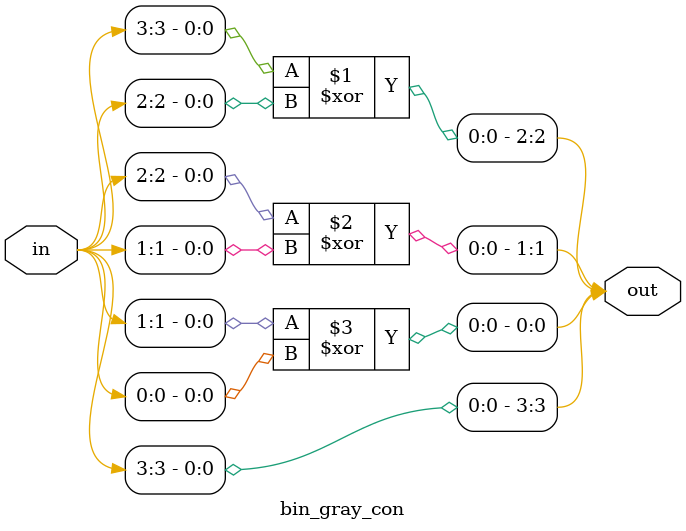
<source format=v>
module bin_gray_con(out,in);
input[3:0]in;
output[3:0]out;

assign out[3] = in[3];
assign out[2] = in[3]^in[2];
assign out[1] = in[2]^in[1];
assign out[0] = in[1]^in[0];

endmodule
</source>
